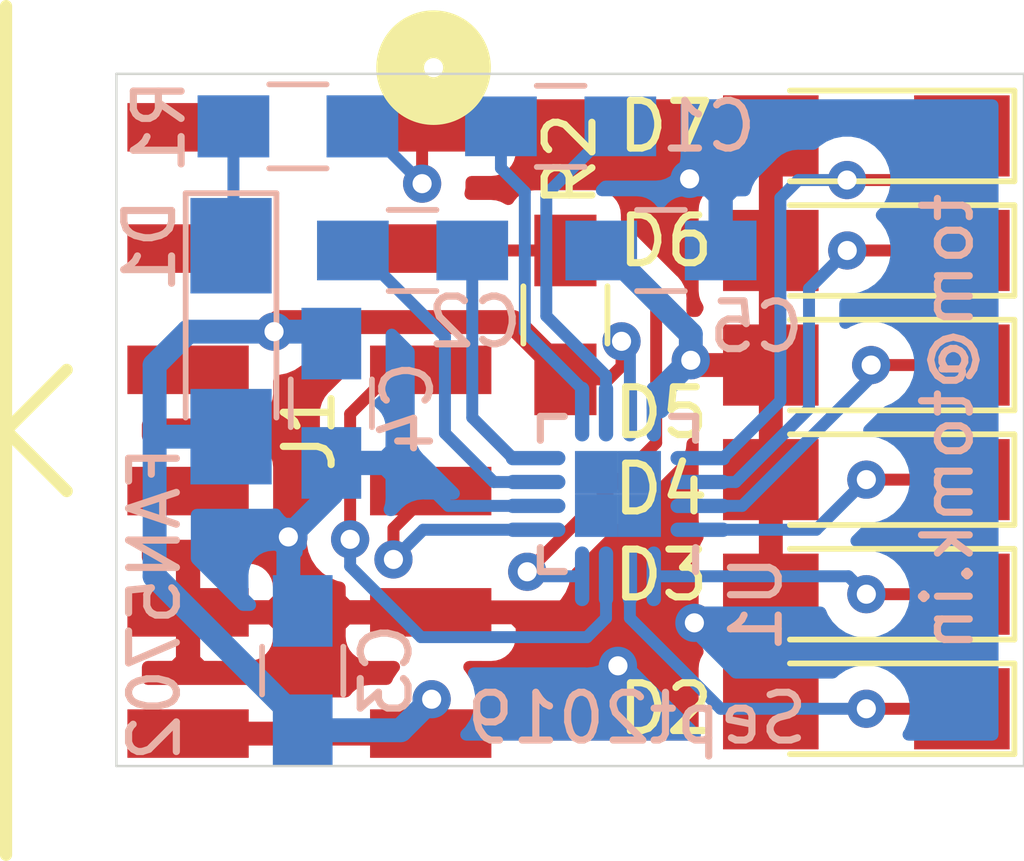
<source format=kicad_pcb>
(kicad_pcb (version 20171130) (host pcbnew 5.1.2)

  (general
    (thickness 1.6)
    (drawings 7)
    (tracks 135)
    (zones 0)
    (modules 16)
    (nets 19)
  )

  (page A4)
  (layers
    (0 F.Cu signal)
    (31 B.Cu signal)
    (32 B.Adhes user)
    (33 F.Adhes user hide)
    (34 B.Paste user)
    (35 F.Paste user hide)
    (36 B.SilkS user)
    (37 F.SilkS user hide)
    (38 B.Mask user)
    (39 F.Mask user hide)
    (40 Dwgs.User user hide)
    (41 Cmts.User user hide)
    (42 Eco1.User user hide)
    (43 Eco2.User user hide)
    (44 Edge.Cuts user)
    (45 Margin user hide)
    (46 B.CrtYd user hide)
    (47 F.CrtYd user hide)
    (48 B.Fab user hide)
    (49 F.Fab user hide)
  )

  (setup
    (last_trace_width 0.5)
    (user_trace_width 0.5)
    (trace_clearance 0.2)
    (zone_clearance 0.508)
    (zone_45_only no)
    (trace_min 0.2)
    (via_size 0.8)
    (via_drill 0.4)
    (via_min_size 0.4)
    (via_min_drill 0.3)
    (uvia_size 0.3)
    (uvia_drill 0.1)
    (uvias_allowed no)
    (uvia_min_size 0.2)
    (uvia_min_drill 0.1)
    (edge_width 0.05)
    (segment_width 0.2)
    (pcb_text_width 0.3)
    (pcb_text_size 1.5 1.5)
    (mod_edge_width 0.12)
    (mod_text_size 1 1)
    (mod_text_width 0.15)
    (pad_size 1.524 1.524)
    (pad_drill 0.762)
    (pad_to_mask_clearance 0.051)
    (solder_mask_min_width 0.25)
    (aux_axis_origin 0 0)
    (visible_elements FFFFFF7F)
    (pcbplotparams
      (layerselection 0x010fc_ffffffff)
      (usegerberextensions false)
      (usegerberattributes false)
      (usegerberadvancedattributes false)
      (creategerberjobfile false)
      (excludeedgelayer true)
      (linewidth 0.100000)
      (plotframeref false)
      (viasonmask false)
      (mode 1)
      (useauxorigin false)
      (hpglpennumber 1)
      (hpglpenspeed 20)
      (hpglpendiameter 15.000000)
      (psnegative false)
      (psa4output false)
      (plotreference true)
      (plotvalue true)
      (plotinvisibletext false)
      (padsonsilk false)
      (subtractmaskfromsilk false)
      (outputformat 1)
      (mirror false)
      (drillshape 1)
      (scaleselection 1)
      (outputdirectory ""))
  )

  (net 0 "")
  (net 1 +3V3)
  (net 2 GND)
  (net 3 "Net-(D1-Pad1)")
  (net 4 /C1+)
  (net 5 /C1-)
  (net 6 /C2-)
  (net 7 /C2+)
  (net 8 /VOUT)
  (net 9 /D1A)
  (net 10 /D2A)
  (net 11 /D3)
  (net 12 /D4)
  (net 13 /D5)
  (net 14 /D6)
  (net 15 /SDA)
  (net 16 /SCL)
  (net 17 /EN)
  (net 18 /LED)

  (net_class Default "This is the default net class."
    (clearance 0.2)
    (trace_width 0.25)
    (via_dia 0.8)
    (via_drill 0.4)
    (uvia_dia 0.3)
    (uvia_drill 0.1)
    (add_net +3V3)
    (add_net /C1+)
    (add_net /C1-)
    (add_net /C2+)
    (add_net /C2-)
    (add_net /D1A)
    (add_net /D2A)
    (add_net /D3)
    (add_net /D4)
    (add_net /D5)
    (add_net /D6)
    (add_net /EN)
    (add_net /LED)
    (add_net /SCL)
    (add_net /SDA)
    (add_net /VOUT)
    (add_net GND)
    (add_net "Net-(D1-Pad1)")
  )

  (module Resistors_SMD:R_0805_HandSoldering (layer F.Cu) (tedit 58E0A804) (tstamp 5D6D5AAE)
    (at 51.7 67.55 90)
    (descr "Resistor SMD 0805, hand soldering")
    (tags "resistor 0805")
    (path /5D6F8976)
    (attr smd)
    (fp_text reference R2 (at 3.25 0.1 90) (layer F.SilkS)
      (effects (font (size 1 1) (thickness 0.15)))
    )
    (fp_text value 10k (at 0 1.75 90) (layer F.Fab) hide
      (effects (font (size 1 1) (thickness 0.15)))
    )
    (fp_text user %R (at 0 0 90) (layer F.Fab)
      (effects (font (size 0.5 0.5) (thickness 0.075)))
    )
    (fp_line (start -1 0.62) (end -1 -0.62) (layer F.Fab) (width 0.1))
    (fp_line (start 1 0.62) (end -1 0.62) (layer F.Fab) (width 0.1))
    (fp_line (start 1 -0.62) (end 1 0.62) (layer F.Fab) (width 0.1))
    (fp_line (start -1 -0.62) (end 1 -0.62) (layer F.Fab) (width 0.1))
    (fp_line (start 0.6 0.88) (end -0.6 0.88) (layer F.SilkS) (width 0.12))
    (fp_line (start -0.6 -0.88) (end 0.6 -0.88) (layer F.SilkS) (width 0.12))
    (fp_line (start -2.35 -0.9) (end 2.35 -0.9) (layer F.CrtYd) (width 0.05))
    (fp_line (start -2.35 -0.9) (end -2.35 0.9) (layer F.CrtYd) (width 0.05))
    (fp_line (start 2.35 0.9) (end 2.35 -0.9) (layer F.CrtYd) (width 0.05))
    (fp_line (start 2.35 0.9) (end -2.35 0.9) (layer F.CrtYd) (width 0.05))
    (pad 1 smd rect (at -1.35 0 90) (size 1.5 1.3) (layers F.Cu F.Paste F.Mask)
      (net 1 +3V3))
    (pad 2 smd rect (at 1.35 0 90) (size 1.5 1.3) (layers F.Cu F.Paste F.Mask)
      (net 17 /EN))
    (model ${KISYS3DMOD}/Resistors_SMD.3dshapes/R_0805.wrl
      (at (xyz 0 0 0))
      (scale (xyz 1 1 1))
      (rotate (xyz 0 0 0))
    )
  )

  (module Resistors_SMD:R_0805_HandSoldering (layer B.Cu) (tedit 58E0A804) (tstamp 5D6D717A)
    (at 46.1 63.6)
    (descr "Resistor SMD 0805, hand soldering")
    (tags "resistor 0805")
    (path /5D6F8F02)
    (attr smd)
    (fp_text reference R1 (at -2.9 0 90) (layer B.SilkS)
      (effects (font (size 1 1) (thickness 0.15)) (justify mirror))
    )
    (fp_text value 220R (at 0 -1.75) (layer B.Fab) hide
      (effects (font (size 1 1) (thickness 0.15)) (justify mirror))
    )
    (fp_text user %R (at 0 0) (layer B.Fab)
      (effects (font (size 0.5 0.5) (thickness 0.075)) (justify mirror))
    )
    (fp_line (start -1 -0.62) (end -1 0.62) (layer B.Fab) (width 0.1))
    (fp_line (start 1 -0.62) (end -1 -0.62) (layer B.Fab) (width 0.1))
    (fp_line (start 1 0.62) (end 1 -0.62) (layer B.Fab) (width 0.1))
    (fp_line (start -1 0.62) (end 1 0.62) (layer B.Fab) (width 0.1))
    (fp_line (start 0.6 -0.88) (end -0.6 -0.88) (layer B.SilkS) (width 0.12))
    (fp_line (start -0.6 0.88) (end 0.6 0.88) (layer B.SilkS) (width 0.12))
    (fp_line (start -2.35 0.9) (end 2.35 0.9) (layer B.CrtYd) (width 0.05))
    (fp_line (start -2.35 0.9) (end -2.35 -0.9) (layer B.CrtYd) (width 0.05))
    (fp_line (start 2.35 -0.9) (end 2.35 0.9) (layer B.CrtYd) (width 0.05))
    (fp_line (start 2.35 -0.9) (end -2.35 -0.9) (layer B.CrtYd) (width 0.05))
    (pad 1 smd rect (at -1.35 0) (size 1.5 1.3) (layers B.Cu B.Paste B.Mask)
      (net 3 "Net-(D1-Pad1)"))
    (pad 2 smd rect (at 1.35 0) (size 1.5 1.3) (layers B.Cu B.Paste B.Mask)
      (net 18 /LED))
    (model ${KISYS3DMOD}/Resistors_SMD.3dshapes/R_0805.wrl
      (at (xyz 0 0 0))
      (scale (xyz 1 1 1))
      (rotate (xyz 0 0 0))
    )
  )

  (module tom-connectors:2X6_SMD_RA_PLUG (layer F.Cu) (tedit 5BDDBE81) (tstamp 5D6D76E4)
    (at 46.34 69.97 270)
    (path /5D6D4C24)
    (attr smd)
    (fp_text reference J1 (at 0 0 90) (layer F.SilkS)
      (effects (font (size 1 1) (thickness 0.15)))
    )
    (fp_text value PMOD-2x6-MALE (at 0 0 90) (layer F.SilkS) hide
      (effects (font (size 1 1) (thickness 0.15)))
    )
    (fp_line (start 8.89 6.35) (end 0 6.35) (layer F.SilkS) (width 0.254))
    (fp_line (start 0 6.35) (end -8.89 6.35) (layer F.SilkS) (width 0.254))
    (fp_line (start 1.27 5.08) (end 0 6.35) (layer F.SilkS) (width 0.254))
    (fp_line (start 0 6.35) (end -1.27 5.08) (layer F.SilkS) (width 0.254))
    (fp_circle (center -7.6 -2.6) (end -7.4 -2.6) (layer F.SilkS) (width 1))
    (pad 6 smd rect (at 6.35 -2.54 180) (size 2.54 1.016) (layers F.Cu F.Paste F.Mask)
      (net 1 +3V3))
    (pad 12 smd rect (at 6.35 2.54 180) (size 2.54 1.016) (layers F.Cu F.Paste F.Mask)
      (net 1 +3V3))
    (pad 5 smd rect (at 3.81 -2.54 180) (size 2.54 1.016) (layers F.Cu F.Paste F.Mask)
      (net 2 GND))
    (pad 11 smd rect (at 3.81 2.54 180) (size 2.54 1.016) (layers F.Cu F.Paste F.Mask)
      (net 2 GND))
    (pad 4 smd rect (at 1.27 -2.54 180) (size 2.54 1.016) (layers F.Cu F.Paste F.Mask)
      (net 15 /SDA))
    (pad 10 smd rect (at 1.27 2.54 180) (size 2.54 1.016) (layers F.Cu F.Paste F.Mask))
    (pad 3 smd rect (at -1.27 -2.54 180) (size 2.54 1.016) (layers F.Cu F.Paste F.Mask)
      (net 16 /SCL))
    (pad 9 smd rect (at -1.27 2.54 180) (size 2.54 1.016) (layers F.Cu F.Paste F.Mask))
    (pad 2 smd rect (at -3.81 -2.54 180) (size 2.54 1.016) (layers F.Cu F.Paste F.Mask)
      (net 17 /EN))
    (pad 8 smd rect (at -3.81 2.54 180) (size 2.54 1.016) (layers F.Cu F.Paste F.Mask))
    (pad 1 smd rect (at -6.35 -2.54 180) (size 2.54 1.016) (layers F.Cu F.Paste F.Mask)
      (net 18 /LED))
    (pad 7 smd rect (at -6.35 2.54 180) (size 2.54 1.016) (layers F.Cu F.Paste F.Mask))
  )

  (module LEDs:LED_1206_HandSoldering (layer F.Cu) (tedit 595FC724) (tstamp 5D6D4C42)
    (at 58 63.8 180)
    (descr "LED SMD 1206, hand soldering")
    (tags "LED 1206")
    (path /5D6DF627)
    (attr smd)
    (fp_text reference D7 (at 4.2 0.2) (layer F.SilkS)
      (effects (font (size 1 1) (thickness 0.15)))
    )
    (fp_text value LED (at 0 1.9) (layer F.Fab)
      (effects (font (size 1 1) (thickness 0.15)))
    )
    (fp_line (start -3.1 -0.95) (end -3.1 0.95) (layer F.SilkS) (width 0.12))
    (fp_line (start -0.4 0) (end 0.2 -0.4) (layer F.Fab) (width 0.1))
    (fp_line (start 0.2 -0.4) (end 0.2 0.4) (layer F.Fab) (width 0.1))
    (fp_line (start 0.2 0.4) (end -0.4 0) (layer F.Fab) (width 0.1))
    (fp_line (start -0.45 -0.4) (end -0.45 0.4) (layer F.Fab) (width 0.1))
    (fp_line (start -1.6 0.8) (end -1.6 -0.8) (layer F.Fab) (width 0.1))
    (fp_line (start 1.6 0.8) (end -1.6 0.8) (layer F.Fab) (width 0.1))
    (fp_line (start 1.6 -0.8) (end 1.6 0.8) (layer F.Fab) (width 0.1))
    (fp_line (start -1.6 -0.8) (end 1.6 -0.8) (layer F.Fab) (width 0.1))
    (fp_line (start -3.1 0.95) (end 1.6 0.95) (layer F.SilkS) (width 0.12))
    (fp_line (start -3.1 -0.95) (end 1.6 -0.95) (layer F.SilkS) (width 0.12))
    (fp_line (start -3.25 -1.11) (end 3.25 -1.11) (layer F.CrtYd) (width 0.05))
    (fp_line (start -3.25 -1.11) (end -3.25 1.1) (layer F.CrtYd) (width 0.05))
    (fp_line (start 3.25 1.1) (end 3.25 -1.11) (layer F.CrtYd) (width 0.05))
    (fp_line (start 3.25 1.1) (end -3.25 1.1) (layer F.CrtYd) (width 0.05))
    (pad 1 smd rect (at -2 0 180) (size 2 1.7) (layers F.Cu F.Paste F.Mask)
      (net 14 /D6))
    (pad 2 smd rect (at 2 0 180) (size 2 1.7) (layers F.Cu F.Paste F.Mask)
      (net 8 /VOUT))
    (model ${KISYS3DMOD}/LEDs.3dshapes/LED_1206.wrl
      (at (xyz 0 0 0))
      (scale (xyz 1 1 1))
      (rotate (xyz 0 0 180))
    )
  )

  (module LEDs:LED_1206_HandSoldering (layer F.Cu) (tedit 595FC724) (tstamp 5D6D5CD1)
    (at 58 66.2 180)
    (descr "LED SMD 1206, hand soldering")
    (tags "LED 1206")
    (path /5D6DDDE6)
    (attr smd)
    (fp_text reference D6 (at 4.2 0.2) (layer F.SilkS)
      (effects (font (size 1 1) (thickness 0.15)))
    )
    (fp_text value LED (at 0 1.9) (layer F.Fab)
      (effects (font (size 1 1) (thickness 0.15)))
    )
    (fp_line (start -3.1 -0.95) (end -3.1 0.95) (layer F.SilkS) (width 0.12))
    (fp_line (start -0.4 0) (end 0.2 -0.4) (layer F.Fab) (width 0.1))
    (fp_line (start 0.2 -0.4) (end 0.2 0.4) (layer F.Fab) (width 0.1))
    (fp_line (start 0.2 0.4) (end -0.4 0) (layer F.Fab) (width 0.1))
    (fp_line (start -0.45 -0.4) (end -0.45 0.4) (layer F.Fab) (width 0.1))
    (fp_line (start -1.6 0.8) (end -1.6 -0.8) (layer F.Fab) (width 0.1))
    (fp_line (start 1.6 0.8) (end -1.6 0.8) (layer F.Fab) (width 0.1))
    (fp_line (start 1.6 -0.8) (end 1.6 0.8) (layer F.Fab) (width 0.1))
    (fp_line (start -1.6 -0.8) (end 1.6 -0.8) (layer F.Fab) (width 0.1))
    (fp_line (start -3.1 0.95) (end 1.6 0.95) (layer F.SilkS) (width 0.12))
    (fp_line (start -3.1 -0.95) (end 1.6 -0.95) (layer F.SilkS) (width 0.12))
    (fp_line (start -3.25 -1.11) (end 3.25 -1.11) (layer F.CrtYd) (width 0.05))
    (fp_line (start -3.25 -1.11) (end -3.25 1.1) (layer F.CrtYd) (width 0.05))
    (fp_line (start 3.25 1.1) (end 3.25 -1.11) (layer F.CrtYd) (width 0.05))
    (fp_line (start 3.25 1.1) (end -3.25 1.1) (layer F.CrtYd) (width 0.05))
    (pad 1 smd rect (at -2 0 180) (size 2 1.7) (layers F.Cu F.Paste F.Mask)
      (net 13 /D5))
    (pad 2 smd rect (at 2 0 180) (size 2 1.7) (layers F.Cu F.Paste F.Mask)
      (net 8 /VOUT))
    (model ${KISYS3DMOD}/LEDs.3dshapes/LED_1206.wrl
      (at (xyz 0 0 0))
      (scale (xyz 1 1 1))
      (rotate (xyz 0 0 180))
    )
  )

  (module LEDs:LED_1206_HandSoldering (layer F.Cu) (tedit 595FC724) (tstamp 5D6D582C)
    (at 58 68.6 180)
    (descr "LED SMD 1206, hand soldering")
    (tags "LED 1206")
    (path /5D6DDADF)
    (attr smd)
    (fp_text reference D5 (at 4.3 -1) (layer F.SilkS)
      (effects (font (size 1 1) (thickness 0.15)))
    )
    (fp_text value LED (at 0 1.9) (layer F.Fab)
      (effects (font (size 1 1) (thickness 0.15)))
    )
    (fp_line (start -3.1 -0.95) (end -3.1 0.95) (layer F.SilkS) (width 0.12))
    (fp_line (start -0.4 0) (end 0.2 -0.4) (layer F.Fab) (width 0.1))
    (fp_line (start 0.2 -0.4) (end 0.2 0.4) (layer F.Fab) (width 0.1))
    (fp_line (start 0.2 0.4) (end -0.4 0) (layer F.Fab) (width 0.1))
    (fp_line (start -0.45 -0.4) (end -0.45 0.4) (layer F.Fab) (width 0.1))
    (fp_line (start -1.6 0.8) (end -1.6 -0.8) (layer F.Fab) (width 0.1))
    (fp_line (start 1.6 0.8) (end -1.6 0.8) (layer F.Fab) (width 0.1))
    (fp_line (start 1.6 -0.8) (end 1.6 0.8) (layer F.Fab) (width 0.1))
    (fp_line (start -1.6 -0.8) (end 1.6 -0.8) (layer F.Fab) (width 0.1))
    (fp_line (start -3.1 0.95) (end 1.6 0.95) (layer F.SilkS) (width 0.12))
    (fp_line (start -3.1 -0.95) (end 1.6 -0.95) (layer F.SilkS) (width 0.12))
    (fp_line (start -3.25 -1.11) (end 3.25 -1.11) (layer F.CrtYd) (width 0.05))
    (fp_line (start -3.25 -1.11) (end -3.25 1.1) (layer F.CrtYd) (width 0.05))
    (fp_line (start 3.25 1.1) (end 3.25 -1.11) (layer F.CrtYd) (width 0.05))
    (fp_line (start 3.25 1.1) (end -3.25 1.1) (layer F.CrtYd) (width 0.05))
    (pad 1 smd rect (at -2 0 180) (size 2 1.7) (layers F.Cu F.Paste F.Mask)
      (net 12 /D4))
    (pad 2 smd rect (at 2 0 180) (size 2 1.7) (layers F.Cu F.Paste F.Mask)
      (net 8 /VOUT))
    (model ${KISYS3DMOD}/LEDs.3dshapes/LED_1206.wrl
      (at (xyz 0 0 0))
      (scale (xyz 1 1 1))
      (rotate (xyz 0 0 180))
    )
  )

  (module LEDs:LED_1206_HandSoldering (layer F.Cu) (tedit 595FC724) (tstamp 5D6D4BA6)
    (at 58 71 180)
    (descr "LED SMD 1206, hand soldering")
    (tags "LED 1206")
    (path /5D6DD7BC)
    (attr smd)
    (fp_text reference D4 (at 4.3 -0.2) (layer F.SilkS)
      (effects (font (size 1 1) (thickness 0.15)))
    )
    (fp_text value LED (at 0 1.9) (layer F.Fab)
      (effects (font (size 1 1) (thickness 0.15)))
    )
    (fp_line (start -3.1 -0.95) (end -3.1 0.95) (layer F.SilkS) (width 0.12))
    (fp_line (start -0.4 0) (end 0.2 -0.4) (layer F.Fab) (width 0.1))
    (fp_line (start 0.2 -0.4) (end 0.2 0.4) (layer F.Fab) (width 0.1))
    (fp_line (start 0.2 0.4) (end -0.4 0) (layer F.Fab) (width 0.1))
    (fp_line (start -0.45 -0.4) (end -0.45 0.4) (layer F.Fab) (width 0.1))
    (fp_line (start -1.6 0.8) (end -1.6 -0.8) (layer F.Fab) (width 0.1))
    (fp_line (start 1.6 0.8) (end -1.6 0.8) (layer F.Fab) (width 0.1))
    (fp_line (start 1.6 -0.8) (end 1.6 0.8) (layer F.Fab) (width 0.1))
    (fp_line (start -1.6 -0.8) (end 1.6 -0.8) (layer F.Fab) (width 0.1))
    (fp_line (start -3.1 0.95) (end 1.6 0.95) (layer F.SilkS) (width 0.12))
    (fp_line (start -3.1 -0.95) (end 1.6 -0.95) (layer F.SilkS) (width 0.12))
    (fp_line (start -3.25 -1.11) (end 3.25 -1.11) (layer F.CrtYd) (width 0.05))
    (fp_line (start -3.25 -1.11) (end -3.25 1.1) (layer F.CrtYd) (width 0.05))
    (fp_line (start 3.25 1.1) (end 3.25 -1.11) (layer F.CrtYd) (width 0.05))
    (fp_line (start 3.25 1.1) (end -3.25 1.1) (layer F.CrtYd) (width 0.05))
    (pad 1 smd rect (at -2 0 180) (size 2 1.7) (layers F.Cu F.Paste F.Mask)
      (net 11 /D3))
    (pad 2 smd rect (at 2 0 180) (size 2 1.7) (layers F.Cu F.Paste F.Mask)
      (net 8 /VOUT))
    (model ${KISYS3DMOD}/LEDs.3dshapes/LED_1206.wrl
      (at (xyz 0 0 0))
      (scale (xyz 1 1 1))
      (rotate (xyz 0 0 180))
    )
  )

  (module LEDs:LED_1206_HandSoldering (layer F.Cu) (tedit 595FC724) (tstamp 5D6D4DC2)
    (at 58 73.4 180)
    (descr "LED SMD 1206, hand soldering")
    (tags "LED 1206")
    (path /5D6DD4C9)
    (attr smd)
    (fp_text reference D3 (at 4.3 0.4) (layer F.SilkS)
      (effects (font (size 1 1) (thickness 0.15)))
    )
    (fp_text value LED (at 0 1.9) (layer F.Fab)
      (effects (font (size 1 1) (thickness 0.15)))
    )
    (fp_line (start -3.1 -0.95) (end -3.1 0.95) (layer F.SilkS) (width 0.12))
    (fp_line (start -0.4 0) (end 0.2 -0.4) (layer F.Fab) (width 0.1))
    (fp_line (start 0.2 -0.4) (end 0.2 0.4) (layer F.Fab) (width 0.1))
    (fp_line (start 0.2 0.4) (end -0.4 0) (layer F.Fab) (width 0.1))
    (fp_line (start -0.45 -0.4) (end -0.45 0.4) (layer F.Fab) (width 0.1))
    (fp_line (start -1.6 0.8) (end -1.6 -0.8) (layer F.Fab) (width 0.1))
    (fp_line (start 1.6 0.8) (end -1.6 0.8) (layer F.Fab) (width 0.1))
    (fp_line (start 1.6 -0.8) (end 1.6 0.8) (layer F.Fab) (width 0.1))
    (fp_line (start -1.6 -0.8) (end 1.6 -0.8) (layer F.Fab) (width 0.1))
    (fp_line (start -3.1 0.95) (end 1.6 0.95) (layer F.SilkS) (width 0.12))
    (fp_line (start -3.1 -0.95) (end 1.6 -0.95) (layer F.SilkS) (width 0.12))
    (fp_line (start -3.25 -1.11) (end 3.25 -1.11) (layer F.CrtYd) (width 0.05))
    (fp_line (start -3.25 -1.11) (end -3.25 1.1) (layer F.CrtYd) (width 0.05))
    (fp_line (start 3.25 1.1) (end 3.25 -1.11) (layer F.CrtYd) (width 0.05))
    (fp_line (start 3.25 1.1) (end -3.25 1.1) (layer F.CrtYd) (width 0.05))
    (pad 1 smd rect (at -2 0 180) (size 2 1.7) (layers F.Cu F.Paste F.Mask)
      (net 10 /D2A))
    (pad 2 smd rect (at 2 0 180) (size 2 1.7) (layers F.Cu F.Paste F.Mask)
      (net 8 /VOUT))
    (model ${KISYS3DMOD}/LEDs.3dshapes/LED_1206.wrl
      (at (xyz 0 0 0))
      (scale (xyz 1 1 1))
      (rotate (xyz 0 0 180))
    )
  )

  (module LEDs:LED_1206_HandSoldering (layer F.Cu) (tedit 595FC724) (tstamp 5D6D4CF6)
    (at 58 75.8 180)
    (descr "LED SMD 1206, hand soldering")
    (tags "LED 1206")
    (path /5D6DADB2)
    (attr smd)
    (fp_text reference D2 (at 4.2 0) (layer F.SilkS)
      (effects (font (size 1 1) (thickness 0.15)))
    )
    (fp_text value LED (at 0 1.9) (layer F.Fab)
      (effects (font (size 1 1) (thickness 0.15)))
    )
    (fp_line (start -3.1 -0.95) (end -3.1 0.95) (layer F.SilkS) (width 0.12))
    (fp_line (start -0.4 0) (end 0.2 -0.4) (layer F.Fab) (width 0.1))
    (fp_line (start 0.2 -0.4) (end 0.2 0.4) (layer F.Fab) (width 0.1))
    (fp_line (start 0.2 0.4) (end -0.4 0) (layer F.Fab) (width 0.1))
    (fp_line (start -0.45 -0.4) (end -0.45 0.4) (layer F.Fab) (width 0.1))
    (fp_line (start -1.6 0.8) (end -1.6 -0.8) (layer F.Fab) (width 0.1))
    (fp_line (start 1.6 0.8) (end -1.6 0.8) (layer F.Fab) (width 0.1))
    (fp_line (start 1.6 -0.8) (end 1.6 0.8) (layer F.Fab) (width 0.1))
    (fp_line (start -1.6 -0.8) (end 1.6 -0.8) (layer F.Fab) (width 0.1))
    (fp_line (start -3.1 0.95) (end 1.6 0.95) (layer F.SilkS) (width 0.12))
    (fp_line (start -3.1 -0.95) (end 1.6 -0.95) (layer F.SilkS) (width 0.12))
    (fp_line (start -3.25 -1.11) (end 3.25 -1.11) (layer F.CrtYd) (width 0.05))
    (fp_line (start -3.25 -1.11) (end -3.25 1.1) (layer F.CrtYd) (width 0.05))
    (fp_line (start 3.25 1.1) (end 3.25 -1.11) (layer F.CrtYd) (width 0.05))
    (fp_line (start 3.25 1.1) (end -3.25 1.1) (layer F.CrtYd) (width 0.05))
    (pad 1 smd rect (at -2 0 180) (size 2 1.7) (layers F.Cu F.Paste F.Mask)
      (net 9 /D1A))
    (pad 2 smd rect (at 2 0 180) (size 2 1.7) (layers F.Cu F.Paste F.Mask)
      (net 8 /VOUT))
    (model ${KISYS3DMOD}/LEDs.3dshapes/LED_1206.wrl
      (at (xyz 0 0 0))
      (scale (xyz 1 1 1))
      (rotate (xyz 0 0 180))
    )
  )

  (module LEDs:LED_1206_HandSoldering (layer B.Cu) (tedit 595FC724) (tstamp 5D6D4CBA)
    (at 44.7 68.1 270)
    (descr "LED SMD 1206, hand soldering")
    (tags "LED 1206")
    (path /5D6F7EDE)
    (attr smd)
    (fp_text reference D1 (at -2 1.7 90) (layer B.SilkS)
      (effects (font (size 1 1) (thickness 0.15)) (justify mirror))
    )
    (fp_text value LED (at 0 -1.9 90) (layer B.Fab) hide
      (effects (font (size 1 1) (thickness 0.15)) (justify mirror))
    )
    (fp_line (start -3.1 0.95) (end -3.1 -0.95) (layer B.SilkS) (width 0.12))
    (fp_line (start -0.4 0) (end 0.2 0.4) (layer B.Fab) (width 0.1))
    (fp_line (start 0.2 0.4) (end 0.2 -0.4) (layer B.Fab) (width 0.1))
    (fp_line (start 0.2 -0.4) (end -0.4 0) (layer B.Fab) (width 0.1))
    (fp_line (start -0.45 0.4) (end -0.45 -0.4) (layer B.Fab) (width 0.1))
    (fp_line (start -1.6 -0.8) (end -1.6 0.8) (layer B.Fab) (width 0.1))
    (fp_line (start 1.6 -0.8) (end -1.6 -0.8) (layer B.Fab) (width 0.1))
    (fp_line (start 1.6 0.8) (end 1.6 -0.8) (layer B.Fab) (width 0.1))
    (fp_line (start -1.6 0.8) (end 1.6 0.8) (layer B.Fab) (width 0.1))
    (fp_line (start -3.1 -0.95) (end 1.6 -0.95) (layer B.SilkS) (width 0.12))
    (fp_line (start -3.1 0.95) (end 1.6 0.95) (layer B.SilkS) (width 0.12))
    (fp_line (start -3.25 1.11) (end 3.25 1.11) (layer B.CrtYd) (width 0.05))
    (fp_line (start -3.25 1.11) (end -3.25 -1.1) (layer B.CrtYd) (width 0.05))
    (fp_line (start 3.25 -1.1) (end 3.25 1.11) (layer B.CrtYd) (width 0.05))
    (fp_line (start 3.25 -1.1) (end -3.25 -1.1) (layer B.CrtYd) (width 0.05))
    (pad 1 smd rect (at -2 0 270) (size 2 1.7) (layers B.Cu B.Paste B.Mask)
      (net 3 "Net-(D1-Pad1)"))
    (pad 2 smd rect (at 2 0 270) (size 2 1.7) (layers B.Cu B.Paste B.Mask)
      (net 1 +3V3))
    (model ${KISYS3DMOD}/LEDs.3dshapes/LED_1206.wrl
      (at (xyz 0 0 0))
      (scale (xyz 1 1 1))
      (rotate (xyz 0 0 180))
    )
  )

  (module Capacitors_SMD:C_0805_HandSoldering (layer B.Cu) (tedit 58AA84A8) (tstamp 5D6D4FBF)
    (at 53.7 66.2 180)
    (descr "Capacitor SMD 0805, hand soldering")
    (tags "capacitor 0805")
    (path /5D6E20E2)
    (attr smd)
    (fp_text reference C5 (at -2 -1.6) (layer B.SilkS)
      (effects (font (size 1 1) (thickness 0.15)) (justify mirror))
    )
    (fp_text value 1uF (at 0 -1.75) (layer B.Fab) hide
      (effects (font (size 1 1) (thickness 0.15)) (justify mirror))
    )
    (fp_text user %R (at -1.2 -1.4) (layer B.Fab)
      (effects (font (size 1 1) (thickness 0.15)) (justify mirror))
    )
    (fp_line (start -1 -0.62) (end -1 0.62) (layer B.Fab) (width 0.1))
    (fp_line (start 1 -0.62) (end -1 -0.62) (layer B.Fab) (width 0.1))
    (fp_line (start 1 0.62) (end 1 -0.62) (layer B.Fab) (width 0.1))
    (fp_line (start -1 0.62) (end 1 0.62) (layer B.Fab) (width 0.1))
    (fp_line (start 0.5 0.85) (end -0.5 0.85) (layer B.SilkS) (width 0.12))
    (fp_line (start -0.5 -0.85) (end 0.5 -0.85) (layer B.SilkS) (width 0.12))
    (fp_line (start -2.25 0.88) (end 2.25 0.88) (layer B.CrtYd) (width 0.05))
    (fp_line (start -2.25 0.88) (end -2.25 -0.87) (layer B.CrtYd) (width 0.05))
    (fp_line (start 2.25 -0.87) (end 2.25 0.88) (layer B.CrtYd) (width 0.05))
    (fp_line (start 2.25 -0.87) (end -2.25 -0.87) (layer B.CrtYd) (width 0.05))
    (pad 1 smd rect (at -1.25 0 180) (size 1.5 1.25) (layers B.Cu B.Paste B.Mask)
      (net 2 GND))
    (pad 2 smd rect (at 1.25 0 180) (size 1.5 1.25) (layers B.Cu B.Paste B.Mask)
      (net 8 /VOUT))
    (model Capacitors_SMD.3dshapes/C_0805.wrl
      (at (xyz 0 0 0))
      (scale (xyz 1 1 1))
      (rotate (xyz 0 0 0))
    )
  )

  (module Capacitors_SMD:C_0805_HandSoldering (layer B.Cu) (tedit 58AA84A8) (tstamp 5D6D4BDE)
    (at 46.8 69.4 270)
    (descr "Capacitor SMD 0805, hand soldering")
    (tags "capacitor 0805")
    (path /5D6ED4A4)
    (attr smd)
    (fp_text reference C4 (at 0.1 -1.6 90) (layer B.SilkS)
      (effects (font (size 1 1) (thickness 0.15)) (justify mirror))
    )
    (fp_text value 0.1uF (at 0 -1.75 90) (layer B.Fab) hide
      (effects (font (size 1 1) (thickness 0.15)) (justify mirror))
    )
    (fp_text user %R (at 0 1.75 90) (layer B.Fab)
      (effects (font (size 1 1) (thickness 0.15)) (justify mirror))
    )
    (fp_line (start -1 -0.62) (end -1 0.62) (layer B.Fab) (width 0.1))
    (fp_line (start 1 -0.62) (end -1 -0.62) (layer B.Fab) (width 0.1))
    (fp_line (start 1 0.62) (end 1 -0.62) (layer B.Fab) (width 0.1))
    (fp_line (start -1 0.62) (end 1 0.62) (layer B.Fab) (width 0.1))
    (fp_line (start 0.5 0.85) (end -0.5 0.85) (layer B.SilkS) (width 0.12))
    (fp_line (start -0.5 -0.85) (end 0.5 -0.85) (layer B.SilkS) (width 0.12))
    (fp_line (start -2.25 0.88) (end 2.25 0.88) (layer B.CrtYd) (width 0.05))
    (fp_line (start -2.25 0.88) (end -2.25 -0.87) (layer B.CrtYd) (width 0.05))
    (fp_line (start 2.25 -0.87) (end 2.25 0.88) (layer B.CrtYd) (width 0.05))
    (fp_line (start 2.25 -0.87) (end -2.25 -0.87) (layer B.CrtYd) (width 0.05))
    (pad 1 smd rect (at -1.25 0 270) (size 1.5 1.25) (layers B.Cu B.Paste B.Mask)
      (net 1 +3V3))
    (pad 2 smd rect (at 1.25 0 270) (size 1.5 1.25) (layers B.Cu B.Paste B.Mask)
      (net 2 GND))
    (model Capacitors_SMD.3dshapes/C_0805.wrl
      (at (xyz 0 0 0))
      (scale (xyz 1 1 1))
      (rotate (xyz 0 0 0))
    )
  )

  (module Capacitors_SMD:C_0805_HandSoldering (layer B.Cu) (tedit 58AA84A8) (tstamp 5D6D5703)
    (at 46.2 75 90)
    (descr "Capacitor SMD 0805, hand soldering")
    (tags "capacitor 0805")
    (path /5D6ECC4D)
    (attr smd)
    (fp_text reference C3 (at 0 1.75 90) (layer B.SilkS)
      (effects (font (size 1 1) (thickness 0.15)) (justify mirror))
    )
    (fp_text value 10uF (at 0 -1.75 90) (layer B.Fab) hide
      (effects (font (size 1 1) (thickness 0.15)) (justify mirror))
    )
    (fp_text user %R (at 0 1.75 90) (layer B.Fab)
      (effects (font (size 1 1) (thickness 0.15)) (justify mirror))
    )
    (fp_line (start -1 -0.62) (end -1 0.62) (layer B.Fab) (width 0.1))
    (fp_line (start 1 -0.62) (end -1 -0.62) (layer B.Fab) (width 0.1))
    (fp_line (start 1 0.62) (end 1 -0.62) (layer B.Fab) (width 0.1))
    (fp_line (start -1 0.62) (end 1 0.62) (layer B.Fab) (width 0.1))
    (fp_line (start 0.5 0.85) (end -0.5 0.85) (layer B.SilkS) (width 0.12))
    (fp_line (start -0.5 -0.85) (end 0.5 -0.85) (layer B.SilkS) (width 0.12))
    (fp_line (start -2.25 0.88) (end 2.25 0.88) (layer B.CrtYd) (width 0.05))
    (fp_line (start -2.25 0.88) (end -2.25 -0.87) (layer B.CrtYd) (width 0.05))
    (fp_line (start 2.25 -0.87) (end 2.25 0.88) (layer B.CrtYd) (width 0.05))
    (fp_line (start 2.25 -0.87) (end -2.25 -0.87) (layer B.CrtYd) (width 0.05))
    (pad 1 smd rect (at -1.25 0 90) (size 1.5 1.25) (layers B.Cu B.Paste B.Mask)
      (net 1 +3V3))
    (pad 2 smd rect (at 1.25 0 90) (size 1.5 1.25) (layers B.Cu B.Paste B.Mask)
      (net 2 GND))
    (model Capacitors_SMD.3dshapes/C_0805.wrl
      (at (xyz 0 0 0))
      (scale (xyz 1 1 1))
      (rotate (xyz 0 0 0))
    )
  )

  (module Capacitors_SMD:C_0805_HandSoldering (layer B.Cu) (tedit 58AA84A8) (tstamp 5D6D5661)
    (at 48.5 66.2)
    (descr "Capacitor SMD 0805, hand soldering")
    (tags "capacitor 0805")
    (path /5D6C48A8)
    (attr smd)
    (fp_text reference C2 (at 1.3 1.5) (layer B.SilkS)
      (effects (font (size 1 1) (thickness 0.15)) (justify mirror))
    )
    (fp_text value 1uF (at 0 -1.75) (layer B.Fab) hide
      (effects (font (size 1 1) (thickness 0.15)) (justify mirror))
    )
    (fp_text user %R (at 0 1.75) (layer B.Fab)
      (effects (font (size 1 1) (thickness 0.15)) (justify mirror))
    )
    (fp_line (start -1 -0.62) (end -1 0.62) (layer B.Fab) (width 0.1))
    (fp_line (start 1 -0.62) (end -1 -0.62) (layer B.Fab) (width 0.1))
    (fp_line (start 1 0.62) (end 1 -0.62) (layer B.Fab) (width 0.1))
    (fp_line (start -1 0.62) (end 1 0.62) (layer B.Fab) (width 0.1))
    (fp_line (start 0.5 0.85) (end -0.5 0.85) (layer B.SilkS) (width 0.12))
    (fp_line (start -0.5 -0.85) (end 0.5 -0.85) (layer B.SilkS) (width 0.12))
    (fp_line (start -2.25 0.88) (end 2.25 0.88) (layer B.CrtYd) (width 0.05))
    (fp_line (start -2.25 0.88) (end -2.25 -0.87) (layer B.CrtYd) (width 0.05))
    (fp_line (start 2.25 -0.87) (end 2.25 0.88) (layer B.CrtYd) (width 0.05))
    (fp_line (start 2.25 -0.87) (end -2.25 -0.87) (layer B.CrtYd) (width 0.05))
    (pad 1 smd rect (at -1.25 0) (size 1.5 1.25) (layers B.Cu B.Paste B.Mask)
      (net 6 /C2-))
    (pad 2 smd rect (at 1.25 0) (size 1.5 1.25) (layers B.Cu B.Paste B.Mask)
      (net 7 /C2+))
    (model Capacitors_SMD.3dshapes/C_0805.wrl
      (at (xyz 0 0 0))
      (scale (xyz 1 1 1))
      (rotate (xyz 0 0 0))
    )
  )

  (module Capacitors_SMD:C_0805_HandSoldering (layer B.Cu) (tedit 58AA84A8) (tstamp 5D6D555D)
    (at 51.6 63.6 180)
    (descr "Capacitor SMD 0805, hand soldering")
    (tags "capacitor 0805")
    (path /5D6C43D5)
    (attr smd)
    (fp_text reference C1 (at -3.1 0) (layer B.SilkS)
      (effects (font (size 1 1) (thickness 0.15)) (justify mirror))
    )
    (fp_text value 1uF (at 0 -1.75) (layer B.Fab) hide
      (effects (font (size 1 1) (thickness 0.15)) (justify mirror))
    )
    (fp_text user %R (at 0 1.75) (layer B.Fab) hide
      (effects (font (size 1 1) (thickness 0.15)) (justify mirror))
    )
    (fp_line (start -1 -0.62) (end -1 0.62) (layer B.Fab) (width 0.1))
    (fp_line (start 1 -0.62) (end -1 -0.62) (layer B.Fab) (width 0.1))
    (fp_line (start 1 0.62) (end 1 -0.62) (layer B.Fab) (width 0.1))
    (fp_line (start -1 0.62) (end 1 0.62) (layer B.Fab) (width 0.1))
    (fp_line (start 0.5 0.85) (end -0.5 0.85) (layer B.SilkS) (width 0.12))
    (fp_line (start -0.5 -0.85) (end 0.5 -0.85) (layer B.SilkS) (width 0.12))
    (fp_line (start -2.25 0.88) (end 2.25 0.88) (layer B.CrtYd) (width 0.05))
    (fp_line (start -2.25 0.88) (end -2.25 -0.87) (layer B.CrtYd) (width 0.05))
    (fp_line (start 2.25 -0.87) (end 2.25 0.88) (layer B.CrtYd) (width 0.05))
    (fp_line (start 2.25 -0.87) (end -2.25 -0.87) (layer B.CrtYd) (width 0.05))
    (pad 1 smd rect (at -1.25 0 180) (size 1.5 1.25) (layers B.Cu B.Paste B.Mask)
      (net 4 /C1+))
    (pad 2 smd rect (at 1.25 0 180) (size 1.5 1.25) (layers B.Cu B.Paste B.Mask)
      (net 5 /C1-))
    (model Capacitors_SMD.3dshapes/C_0805.wrl
      (at (xyz 0 0 0))
      (scale (xyz 1 1 1))
      (rotate (xyz 0 0 0))
    )
  )

  (module tom-semiconductors:QFN-16-1EP_3x3mm_Pitch0.5mm_HS (layer B.Cu) (tedit 5D6D3B97) (tstamp 5D6BF8F1)
    (at 52.8 71.3 90)
    (descr "16-Lead Plastic Quad Flat, No Lead Package (NG) - 3x3x0.9 mm Body [QFN]; (see Microchip Packaging Specification 00000049BS.pdf)")
    (tags "QFN 0.5")
    (path /5D6C050D)
    (attr smd)
    (fp_text reference U1 (at -2.3 2.9 90) (layer B.SilkS)
      (effects (font (size 1 1) (thickness 0.15)) (justify mirror))
    )
    (fp_text value FAN5702UM (at 0 -2.85 90) (layer B.Fab) hide
      (effects (font (size 1 1) (thickness 0.15)) (justify mirror))
    )
    (fp_line (start -0.5 1.5) (end 1.5 1.5) (layer B.Fab) (width 0.15))
    (fp_line (start 1.5 1.5) (end 1.5 -1.5) (layer B.Fab) (width 0.15))
    (fp_line (start 1.5 -1.5) (end -1.5 -1.5) (layer B.Fab) (width 0.15))
    (fp_line (start -1.5 -1.5) (end -1.5 0.5) (layer B.Fab) (width 0.15))
    (fp_line (start -1.5 0.5) (end -0.5 1.5) (layer B.Fab) (width 0.15))
    (fp_line (start -2.1 2.1) (end -2.1 -2.1) (layer B.CrtYd) (width 0.05))
    (fp_line (start 2.1 2.1) (end 2.1 -2.1) (layer B.CrtYd) (width 0.05))
    (fp_line (start -2.1 2.1) (end 2.1 2.1) (layer B.CrtYd) (width 0.05))
    (fp_line (start -2.1 -2.1) (end 2.1 -2.1) (layer B.CrtYd) (width 0.05))
    (fp_line (start 1.625 1.625) (end 1.625 1.125) (layer B.SilkS) (width 0.15))
    (fp_line (start -1.625 -1.625) (end -1.625 -1.125) (layer B.SilkS) (width 0.15))
    (fp_line (start 1.625 -1.625) (end 1.625 -1.125) (layer B.SilkS) (width 0.15))
    (fp_line (start -1.625 1.625) (end -1.125 1.625) (layer B.SilkS) (width 0.15))
    (fp_line (start -1.625 -1.625) (end -1.125 -1.625) (layer B.SilkS) (width 0.15))
    (fp_line (start 1.625 -1.625) (end 1.125 -1.625) (layer B.SilkS) (width 0.15))
    (fp_line (start 1.625 1.625) (end 1.125 1.625) (layer B.SilkS) (width 0.15))
    (pad 1 smd oval (at -1.725 0.75 90) (size 1.25 0.3) (layers B.Cu B.Paste B.Mask)
      (net 10 /D2A))
    (pad 2 smd oval (at -1.725 0.25 90) (size 1.25 0.3) (layers B.Cu B.Paste B.Mask)
      (net 9 /D1A))
    (pad 3 smd oval (at -1.725 -0.25 90) (size 1.25 0.3) (layers B.Cu B.Paste B.Mask)
      (net 16 /SCL))
    (pad 4 smd oval (at -1.725 -0.75 90) (size 1.25 0.3) (layers B.Cu B.Paste B.Mask)
      (net 17 /EN))
    (pad 5 smd oval (at -0.75 -1.725) (size 1.25 0.3) (layers B.Cu B.Paste B.Mask)
      (net 15 /SDA))
    (pad 6 smd oval (at -0.25 -1.725) (size 1.25 0.3) (layers B.Cu B.Paste B.Mask)
      (net 2 GND))
    (pad 7 smd oval (at 0.25 -1.725) (size 1.25 0.3) (layers B.Cu B.Paste B.Mask)
      (net 6 /C2-))
    (pad 8 smd oval (at 0.75 -1.725) (size 1.25 0.3) (layers B.Cu B.Paste B.Mask)
      (net 7 /C2+))
    (pad 9 smd oval (at 1.725 -0.75 90) (size 1.25 0.3) (layers B.Cu B.Paste B.Mask)
      (net 5 /C1-))
    (pad 10 smd oval (at 1.725 -0.25 90) (size 1.25 0.3) (layers B.Cu B.Paste B.Mask)
      (net 4 /C1+))
    (pad 11 smd oval (at 1.725 0.25 90) (size 1.25 0.3) (layers B.Cu B.Paste B.Mask)
      (net 1 +3V3))
    (pad 12 smd oval (at 1.725 0.75 90) (size 1.25 0.3) (layers B.Cu B.Paste B.Mask)
      (net 8 /VOUT))
    (pad 13 smd oval (at 0.75 1.725) (size 1.25 0.3) (layers B.Cu B.Paste B.Mask)
      (net 14 /D6))
    (pad 14 smd oval (at 0.25 1.725) (size 1.25 0.3) (layers B.Cu B.Paste B.Mask)
      (net 13 /D5))
    (pad 15 smd oval (at -0.25 1.725) (size 1.25 0.3) (layers B.Cu B.Paste B.Mask)
      (net 12 /D4))
    (pad 16 smd oval (at -0.75 1.725) (size 1.25 0.3) (layers B.Cu B.Paste B.Mask)
      (net 11 /D3))
    (pad 17 smd rect (at 0.45 -0.45 90) (size 0.9 0.9) (layers B.Cu B.Paste B.Mask)
      (solder_paste_margin_ratio -0.2))
    (pad 17 smd rect (at 0.45 0.45 90) (size 0.9 0.9) (layers B.Cu B.Paste B.Mask)
      (solder_paste_margin_ratio -0.2))
    (pad 17 smd rect (at -0.45 -0.45 90) (size 0.9 0.9) (layers B.Cu B.Paste B.Mask)
      (solder_paste_margin_ratio -0.2))
    (pad 17 smd rect (at -0.45 0.45 90) (size 0.9 0.9) (layers B.Cu B.Paste B.Mask)
      (solder_paste_margin_ratio -0.2))
    (model ${KISYS3DMOD}/Housings_DFN_QFN.3dshapes/QFN-16-1EP_3x3mm_Pitch0.5mm.wrl
      (at (xyz 0 0 0))
      (scale (xyz 1 1 1))
      (rotate (xyz 0 0 0))
    )
  )

  (gr_text Sept2019 (at 53.2 76) (layer B.SilkS)
    (effects (font (size 1 1) (thickness 0.15)) (justify mirror))
  )
  (gr_text FAN5702 (at 43.1 73.6 90) (layer B.SilkS)
    (effects (font (size 1 1) (thickness 0.15)) (justify mirror))
  )
  (gr_text tom@tomk.in (at 59.7 69.8 90) (layer B.SilkS)
    (effects (font (size 1 1) (thickness 0.15)) (justify mirror))
  )
  (gr_line (start 42.3 62.5) (end 61.3 62.5) (layer Edge.Cuts) (width 0.05) (tstamp 5D6D6EA1))
  (gr_line (start 42.3 77) (end 42.3 62.5) (layer Edge.Cuts) (width 0.05))
  (gr_line (start 61.3 77) (end 42.3 77) (layer Edge.Cuts) (width 0.05))
  (gr_line (start 61.3 62.5) (end 61.3 77) (layer Edge.Cuts) (width 0.05))

  (segment (start 51.7 68.8) (end 50.6 67.7) (width 0.5) (layer F.Cu) (net 1) (status 10))
  (segment (start 51.7 68.9) (end 51.7 68.8) (width 0.5) (layer F.Cu) (net 1) (status 30))
  (segment (start 50.6 67.7) (end 45.7 67.7) (width 0.5) (layer F.Cu) (net 1))
  (via (at 45.6 67.9) (size 0.8) (drill 0.4) (layers F.Cu B.Cu) (net 1))
  (segment (start 45.7 67.7) (end 45.7 67.8) (width 0.5) (layer F.Cu) (net 1))
  (segment (start 45.7 67.8) (end 45.6 67.9) (width 0.5) (layer F.Cu) (net 1))
  (segment (start 46.55 67.9) (end 46.8 68.15) (width 0.5) (layer B.Cu) (net 1) (status 30))
  (segment (start 45.6 67.9) (end 46.55 67.9) (width 0.5) (layer B.Cu) (net 1) (status 20))
  (segment (start 45.6 67.9) (end 43.8 67.9) (width 0.5) (layer B.Cu) (net 1))
  (segment (start 43.8 67.9) (end 43.1 68.6) (width 0.5) (layer B.Cu) (net 1))
  (segment (start 46.2 76.125) (end 46.2 76.25) (width 0.5) (layer B.Cu) (net 1) (status 30))
  (segment (start 43.1 73.025) (end 46.2 76.125) (width 0.5) (layer B.Cu) (net 1) (status 20))
  (segment (start 43.1 68.6) (end 43.1 73.025) (width 0.5) (layer B.Cu) (net 1))
  (segment (start 44.7 70.1) (end 43.1 70.1) (width 0.5) (layer B.Cu) (net 1) (status 10))
  (segment (start 48.88 76.32) (end 43.8 76.32) (width 0.5) (layer F.Cu) (net 1) (status 30))
  (segment (start 51.7 68.9) (end 52.6 68.9) (width 0.25) (layer F.Cu) (net 1) (status 10))
  (segment (start 53.05 68.277542) (end 52.87499 68.102532) (width 0.25) (layer B.Cu) (net 1))
  (segment (start 52.6 68.9) (end 52.87499 68.62501) (width 0.25) (layer F.Cu) (net 1))
  (segment (start 52.87499 68.62501) (end 52.87499 68.102532) (width 0.25) (layer F.Cu) (net 1))
  (via (at 52.87499 68.102532) (size 0.8) (drill 0.4) (layers F.Cu B.Cu) (net 1))
  (segment (start 53.05 69.575) (end 53.05 68.277542) (width 0.25) (layer B.Cu) (net 1) (status 10))
  (via (at 48.9 75.6) (size 0.8) (drill 0.4) (layers F.Cu B.Cu) (net 1))
  (segment (start 46.2 76.25) (end 48.25 76.25) (width 0.5) (layer B.Cu) (net 1) (status 10))
  (segment (start 48.25 76.25) (end 48.9 75.6) (width 0.5) (layer B.Cu) (net 1))
  (segment (start 48.9 76.3) (end 48.88 76.32) (width 0.5) (layer F.Cu) (net 1) (status 30))
  (segment (start 48.9 75.6) (end 48.9 76.3) (width 0.5) (layer F.Cu) (net 1) (status 20))
  (via (at 54.3 64.7) (size 0.8) (drill 0.4) (layers F.Cu B.Cu) (net 2))
  (via (at 52.8 74.9) (size 0.8) (drill 0.4) (layers F.Cu B.Cu) (net 2))
  (via (at 54.4 74) (size 0.8) (drill 0.4) (layers F.Cu B.Cu) (net 2))
  (segment (start 51.075 71.55) (end 49.25 71.55) (width 0.25) (layer B.Cu) (net 2) (status 10))
  (segment (start 48.35 70.65) (end 46.8 70.65) (width 0.25) (layer B.Cu) (net 2) (status 20))
  (segment (start 49.25 71.55) (end 48.35 70.65) (width 0.25) (layer B.Cu) (net 2))
  (segment (start 48.88 73.78) (end 54.18 73.78) (width 0.5) (layer F.Cu) (net 2) (status 10))
  (segment (start 54.18 73.78) (end 54.4 74) (width 0.5) (layer F.Cu) (net 2))
  (via (at 45.9 72.2) (size 0.8) (drill 0.4) (layers F.Cu B.Cu) (net 2))
  (segment (start 45.9 73.45) (end 46.2 73.75) (width 0.5) (layer B.Cu) (net 2) (status 30))
  (segment (start 45.9 72.2) (end 45.9 73.45) (width 0.5) (layer B.Cu) (net 2) (status 20))
  (segment (start 46.8 70.65) (end 46.8 71.3) (width 0.5) (layer B.Cu) (net 2) (status 30))
  (segment (start 46.8 71.3) (end 45.9 72.2) (width 0.5) (layer B.Cu) (net 2) (status 10))
  (segment (start 44.75 66.05) (end 44.7 66.1) (width 0.25) (layer B.Cu) (net 3) (status 30))
  (segment (start 44.75 63.6) (end 44.75 66.05) (width 0.25) (layer B.Cu) (net 3) (status 30))
  (segment (start 51.3 65.025) (end 51.3 67.573004) (width 0.25) (layer B.Cu) (net 4))
  (segment (start 51.3 67.573004) (end 52.55 68.823004) (width 0.25) (layer B.Cu) (net 4))
  (segment (start 52.55 68.823004) (end 52.55 69.575) (width 0.25) (layer B.Cu) (net 4) (status 20))
  (segment (start 52.725 63.6) (end 51.3 65.025) (width 0.25) (layer B.Cu) (net 4) (status 10))
  (segment (start 52.85 63.6) (end 52.725 63.6) (width 0.25) (layer B.Cu) (net 4) (status 30))
  (segment (start 50.35 64.475) (end 50.849989 64.974989) (width 0.25) (layer B.Cu) (net 5))
  (segment (start 52.05 69.1) (end 52.05 69.575) (width 0.25) (layer B.Cu) (net 5) (status 30))
  (segment (start 50.35 63.6) (end 50.35 64.475) (width 0.25) (layer B.Cu) (net 5) (status 10))
  (segment (start 50.849989 67.899989) (end 52.05 69.1) (width 0.25) (layer B.Cu) (net 5) (status 20))
  (segment (start 50.849989 64.974989) (end 50.849989 67.899989) (width 0.25) (layer B.Cu) (net 5))
  (segment (start 47.375 66.2) (end 49.177661 68.002661) (width 0.25) (layer B.Cu) (net 6) (status 10))
  (segment (start 49.177661 68.002661) (end 49.177661 70.027661) (width 0.25) (layer B.Cu) (net 6))
  (segment (start 50.2 71.05) (end 51.075 71.05) (width 0.25) (layer B.Cu) (net 6) (status 20))
  (segment (start 49.177661 70.027661) (end 50.2 71.05) (width 0.25) (layer B.Cu) (net 6))
  (segment (start 47.25 66.2) (end 47.375 66.2) (width 0.25) (layer B.Cu) (net 6) (status 30))
  (segment (start 50.6 70.55) (end 51.075 70.55) (width 0.25) (layer B.Cu) (net 7) (status 30))
  (segment (start 49.75 69.7) (end 50.6 70.55) (width 0.25) (layer B.Cu) (net 7) (status 20))
  (segment (start 49.75 66.2) (end 49.75 69.7) (width 0.25) (layer B.Cu) (net 7) (status 10))
  (segment (start 56 63.8) (end 56 66.2) (width 0.5) (layer F.Cu) (net 8) (status 30))
  (segment (start 56 66.2) (end 56 68.6) (width 0.5) (layer F.Cu) (net 8) (status 30))
  (segment (start 56 68.6) (end 56 71) (width 0.5) (layer F.Cu) (net 8) (status 30))
  (segment (start 56 71) (end 56 73.4) (width 0.5) (layer F.Cu) (net 8) (status 30))
  (segment (start 56 73.4) (end 56 75.8) (width 0.5) (layer F.Cu) (net 8) (status 30))
  (segment (start 52.575 66.2) (end 54.32501 67.95001) (width 0.5) (layer B.Cu) (net 8) (status 10))
  (via (at 54.32501 68.5) (size 0.8) (drill 0.4) (layers F.Cu B.Cu) (net 8))
  (segment (start 53.65001 69.47499) (end 53.65001 69.175) (width 0.5) (layer B.Cu) (net 8) (status 30))
  (segment (start 56 68.6) (end 54.42501 68.6) (width 0.5) (layer F.Cu) (net 8) (status 10))
  (segment (start 54.32501 67.95001) (end 54.32501 68.5) (width 0.5) (layer B.Cu) (net 8))
  (segment (start 53.65001 69.175) (end 54.32501 68.5) (width 0.5) (layer B.Cu) (net 8) (status 10))
  (segment (start 54.42501 68.6) (end 54.32501 68.5) (width 0.5) (layer F.Cu) (net 8))
  (segment (start 52.45 66.2) (end 52.575 66.2) (width 0.5) (layer B.Cu) (net 8) (status 30))
  (via (at 58 75.8) (size 0.8) (drill 0.4) (layers F.Cu B.Cu) (net 9))
  (segment (start 54.95 75.8) (end 58 75.8) (width 0.25) (layer B.Cu) (net 9))
  (segment (start 53.05 73.025) (end 53.05 73.9) (width 0.25) (layer B.Cu) (net 9) (status 10))
  (segment (start 53.05 73.9) (end 54.95 75.8) (width 0.25) (layer B.Cu) (net 9))
  (segment (start 58 75.8) (end 60 75.8) (width 0.25) (layer F.Cu) (net 9) (status 20))
  (via (at 58 73.4) (size 0.8) (drill 0.4) (layers F.Cu B.Cu) (net 10))
  (segment (start 53.55 73.025) (end 57.625 73.025) (width 0.25) (layer B.Cu) (net 10) (status 10))
  (segment (start 57.625 73.025) (end 58 73.4) (width 0.25) (layer B.Cu) (net 10))
  (segment (start 58 73.4) (end 60 73.4) (width 0.25) (layer F.Cu) (net 10) (status 20))
  (via (at 58 71) (size 0.8) (drill 0.4) (layers F.Cu B.Cu) (net 11))
  (segment (start 54.525 72.05) (end 56.95 72.05) (width 0.25) (layer B.Cu) (net 11) (status 10))
  (segment (start 56.95 72.05) (end 58 71) (width 0.25) (layer B.Cu) (net 11))
  (segment (start 58 71) (end 60 71) (width 0.25) (layer F.Cu) (net 11) (status 20))
  (segment (start 58.1 68.85) (end 58.1 68.6) (width 0.25) (layer B.Cu) (net 12))
  (segment (start 55.4 71.55) (end 58.1 68.85) (width 0.25) (layer B.Cu) (net 12))
  (segment (start 54.525 71.55) (end 55.4 71.55) (width 0.25) (layer B.Cu) (net 12) (status 10))
  (via (at 58.1 68.6) (size 0.8) (drill 0.4) (layers F.Cu B.Cu) (net 12))
  (segment (start 58.1 68.6) (end 60 68.6) (width 0.25) (layer F.Cu) (net 12) (status 20))
  (segment (start 55.26359 71.05) (end 56.8 69.51359) (width 0.25) (layer B.Cu) (net 13))
  (segment (start 54.525 71.05) (end 55.26359 71.05) (width 0.25) (layer B.Cu) (net 13) (status 10))
  (via (at 57.600002 66.2) (size 0.8) (drill 0.4) (layers F.Cu B.Cu) (net 13))
  (segment (start 57.600002 66.2) (end 60 66.2) (width 0.25) (layer F.Cu) (net 13) (status 20))
  (segment (start 56.8 69.51359) (end 56.8 67.000002) (width 0.25) (layer B.Cu) (net 13))
  (segment (start 56.8 67.000002) (end 57.600002 66.2) (width 0.25) (layer B.Cu) (net 13))
  (segment (start 55 70.55) (end 56.2 69.35) (width 0.25) (layer B.Cu) (net 14) (status 10))
  (segment (start 54.525 70.55) (end 55 70.55) (width 0.25) (layer B.Cu) (net 14) (status 30))
  (segment (start 56.2 69.35) (end 56.2 65.1) (width 0.25) (layer B.Cu) (net 14))
  (segment (start 56.2 65.1) (end 56.575579 64.724421) (width 0.25) (layer B.Cu) (net 14))
  (via (at 57.595369 64.724421) (size 0.8) (drill 0.4) (layers F.Cu B.Cu) (net 14))
  (segment (start 56.575579 64.724421) (end 57.595369 64.724421) (width 0.25) (layer B.Cu) (net 14))
  (segment (start 59.075579 64.724421) (end 60 63.8) (width 0.25) (layer F.Cu) (net 14) (status 20))
  (segment (start 57.595369 64.724421) (end 59.075579 64.724421) (width 0.25) (layer F.Cu) (net 14))
  (via (at 48.1 72.671998) (size 0.8) (drill 0.4) (layers F.Cu B.Cu) (net 15))
  (segment (start 51.075 72.05) (end 48.721998 72.05) (width 0.25) (layer B.Cu) (net 15) (status 10))
  (segment (start 48.721998 72.05) (end 48.1 72.671998) (width 0.25) (layer B.Cu) (net 15))
  (segment (start 48.1 72.02) (end 48.88 71.24) (width 0.25) (layer F.Cu) (net 15) (status 20))
  (segment (start 48.1 72.671998) (end 48.1 72.02) (width 0.25) (layer F.Cu) (net 15))
  (segment (start 47.193227 69.624773) (end 47.193227 72.250351) (width 0.25) (layer F.Cu) (net 16))
  (segment (start 52.55 73.025) (end 52.55 73.9) (width 0.25) (layer B.Cu) (net 16) (status 10))
  (segment (start 52.55 73.9) (end 52.15 74.3) (width 0.25) (layer B.Cu) (net 16))
  (segment (start 48.118 68.7) (end 47.193227 69.624773) (width 0.25) (layer F.Cu) (net 16) (status 10))
  (segment (start 48.677191 74.3) (end 47.193227 72.816036) (width 0.25) (layer B.Cu) (net 16))
  (segment (start 52.15 74.3) (end 48.677191 74.3) (width 0.25) (layer B.Cu) (net 16))
  (segment (start 47.193227 72.816036) (end 47.193227 72.250351) (width 0.25) (layer B.Cu) (net 16))
  (segment (start 48.88 68.7) (end 48.118 68.7) (width 0.25) (layer F.Cu) (net 16) (status 30))
  (via (at 47.193227 72.250351) (size 0.8) (drill 0.4) (layers F.Cu B.Cu) (net 16))
  (segment (start 48.92 66.2) (end 48.88 66.16) (width 0.25) (layer F.Cu) (net 17) (status 30))
  (segment (start 51.7 66.2) (end 48.92 66.2) (width 0.25) (layer F.Cu) (net 17) (status 30))
  (segment (start 51.7 66.2) (end 51.7 66.3) (width 0.25) (layer F.Cu) (net 17) (status 30))
  (segment (start 50.99501 73.025) (end 50.9 72.92999) (width 0.25) (layer B.Cu) (net 17))
  (via (at 50.9 72.92999) (size 0.8) (drill 0.4) (layers F.Cu B.Cu) (net 17))
  (segment (start 53.6 70.22999) (end 50.9 72.92999) (width 0.25) (layer F.Cu) (net 17))
  (segment (start 53.6 67.2) (end 53.6 70.22999) (width 0.25) (layer F.Cu) (net 17))
  (segment (start 51.7 66.2) (end 52.6 66.2) (width 0.25) (layer F.Cu) (net 17) (status 10))
  (segment (start 50.724999 72.824999) (end 50.82999 72.92999) (width 0.25) (layer F.Cu) (net 17))
  (segment (start 52.6 66.2) (end 53.6 67.2) (width 0.25) (layer F.Cu) (net 17))
  (segment (start 52.05 73.025) (end 50.99501 73.025) (width 0.25) (layer B.Cu) (net 17) (status 10))
  (segment (start 50.82999 72.92999) (end 50.9 72.92999) (width 0.25) (layer F.Cu) (net 17))
  (via (at 48.7 64.8) (size 0.8) (drill 0.4) (layers F.Cu B.Cu) (net 18))
  (segment (start 47.45 63.6) (end 47.5 63.6) (width 0.25) (layer B.Cu) (net 18) (status 30))
  (segment (start 47.5 63.6) (end 48.7 64.8) (width 0.25) (layer B.Cu) (net 18) (status 10))
  (segment (start 48.7 63.8) (end 48.88 63.62) (width 0.25) (layer F.Cu) (net 18) (status 30))
  (segment (start 48.7 64.8) (end 48.7 63.8) (width 0.25) (layer F.Cu) (net 18) (status 20))

  (zone (net 2) (net_name GND) (layer F.Cu) (tstamp 0) (hatch edge 0.508)
    (connect_pads (clearance 0.508))
    (min_thickness 0.254)
    (fill yes (arc_segments 32) (thermal_gap 0.508) (thermal_bridge_width 0.508))
    (polygon
      (pts
        (xy 42.3 62.5) (xy 61.3 62.5) (xy 61.3 77) (xy 42.3 77)
      )
    )
    (filled_polygon
      (pts
        (xy 54.361928 71.85) (xy 54.374188 71.974482) (xy 54.410498 72.09418) (xy 54.467061 72.2) (xy 54.410498 72.30582)
        (xy 54.374188 72.425518) (xy 54.361928 72.55) (xy 54.361928 74.25) (xy 54.374188 74.374482) (xy 54.410498 74.49418)
        (xy 54.467061 74.6) (xy 54.410498 74.70582) (xy 54.374188 74.825518) (xy 54.361928 74.95) (xy 54.361928 76.34)
        (xy 50.788072 76.34) (xy 50.788072 75.812) (xy 50.775812 75.687518) (xy 50.739502 75.56782) (xy 50.680537 75.457506)
        (xy 50.601185 75.360815) (xy 50.504494 75.281463) (xy 50.39418 75.222498) (xy 50.274482 75.186188) (xy 50.15 75.173928)
        (xy 49.843791 75.173928) (xy 49.817205 75.109744) (xy 49.703937 74.940226) (xy 49.688342 74.924631) (xy 50.15 74.926072)
        (xy 50.274482 74.913812) (xy 50.39418 74.877502) (xy 50.504494 74.818537) (xy 50.601185 74.739185) (xy 50.680537 74.642494)
        (xy 50.739502 74.53218) (xy 50.775812 74.412482) (xy 50.788072 74.288) (xy 50.785 74.06575) (xy 50.655978 73.936728)
        (xy 50.798061 73.96499) (xy 51.001939 73.96499) (xy 51.201898 73.925216) (xy 51.390256 73.847195) (xy 51.559774 73.733927)
        (xy 51.703937 73.589764) (xy 51.817205 73.420246) (xy 51.895226 73.231888) (xy 51.935 73.031929) (xy 51.935 72.969791)
        (xy 54.111003 70.793789) (xy 54.140001 70.769991) (xy 54.234974 70.654266) (xy 54.305546 70.522237) (xy 54.349003 70.378976)
        (xy 54.36 70.267323) (xy 54.361928 70.247748)
      )
    )
    (filled_polygon
      (pts
        (xy 46.971928 68.771271) (xy 46.682229 69.06097) (xy 46.653226 69.084772) (xy 46.607901 69.140001) (xy 46.558253 69.200497)
        (xy 46.508243 69.294059) (xy 46.487681 69.332527) (xy 46.444224 69.475788) (xy 46.433227 69.587441) (xy 46.433227 69.587451)
        (xy 46.429551 69.624773) (xy 46.433227 69.662096) (xy 46.433228 71.546639) (xy 46.38929 71.590577) (xy 46.276022 71.760095)
        (xy 46.198001 71.948453) (xy 46.158227 72.148412) (xy 46.158227 72.35229) (xy 46.198001 72.552249) (xy 46.276022 72.740607)
        (xy 46.38929 72.910125) (xy 46.533453 73.054288) (xy 46.702971 73.167556) (xy 46.891329 73.245577) (xy 46.972932 73.261809)
        (xy 46.971928 73.272) (xy 46.975 73.49425) (xy 47.13375 73.653) (xy 47.763762 73.653) (xy 47.798102 73.667224)
        (xy 47.998061 73.706998) (xy 48.201939 73.706998) (xy 48.401898 73.667224) (xy 48.436238 73.653) (xy 48.753 73.653)
        (xy 48.753 73.633) (xy 49.007 73.633) (xy 49.007 73.653) (xy 49.027 73.653) (xy 49.027 73.907)
        (xy 49.007 73.907) (xy 49.007 73.927) (xy 48.753 73.927) (xy 48.753 73.907) (xy 47.13375 73.907)
        (xy 46.975 74.06575) (xy 46.971928 74.288) (xy 46.984188 74.412482) (xy 47.020498 74.53218) (xy 47.079463 74.642494)
        (xy 47.158815 74.739185) (xy 47.255506 74.818537) (xy 47.36582 74.877502) (xy 47.485518 74.913812) (xy 47.61 74.926072)
        (xy 48.111783 74.924506) (xy 48.096063 74.940226) (xy 47.982795 75.109744) (xy 47.956209 75.173928) (xy 47.61 75.173928)
        (xy 47.485518 75.186188) (xy 47.36582 75.222498) (xy 47.255506 75.281463) (xy 47.158815 75.360815) (xy 47.097933 75.435)
        (xy 45.582067 75.435) (xy 45.521185 75.360815) (xy 45.424494 75.281463) (xy 45.31418 75.222498) (xy 45.194482 75.186188)
        (xy 45.07 75.173928) (xy 42.96 75.173928) (xy 42.96 74.92473) (xy 43.51425 74.923) (xy 43.673 74.76425)
        (xy 43.673 73.907) (xy 43.927 73.907) (xy 43.927 74.76425) (xy 44.08575 74.923) (xy 45.07 74.926072)
        (xy 45.194482 74.913812) (xy 45.31418 74.877502) (xy 45.424494 74.818537) (xy 45.521185 74.739185) (xy 45.600537 74.642494)
        (xy 45.659502 74.53218) (xy 45.695812 74.412482) (xy 45.708072 74.288) (xy 45.705 74.06575) (xy 45.54625 73.907)
        (xy 43.927 73.907) (xy 43.673 73.907) (xy 43.653 73.907) (xy 43.653 73.653) (xy 43.673 73.653)
        (xy 43.673 72.79575) (xy 43.927 72.79575) (xy 43.927 73.653) (xy 45.54625 73.653) (xy 45.705 73.49425)
        (xy 45.708072 73.272) (xy 45.695812 73.147518) (xy 45.659502 73.02782) (xy 45.600537 72.917506) (xy 45.521185 72.820815)
        (xy 45.424494 72.741463) (xy 45.31418 72.682498) (xy 45.194482 72.646188) (xy 45.07 72.633928) (xy 44.08575 72.637)
        (xy 43.927 72.79575) (xy 43.673 72.79575) (xy 43.51425 72.637) (xy 42.96 72.63527) (xy 42.96 72.386072)
        (xy 45.07 72.386072) (xy 45.194482 72.373812) (xy 45.31418 72.337502) (xy 45.424494 72.278537) (xy 45.521185 72.199185)
        (xy 45.600537 72.102494) (xy 45.659502 71.99218) (xy 45.695812 71.872482) (xy 45.708072 71.748) (xy 45.708072 70.732)
        (xy 45.695812 70.607518) (xy 45.659502 70.48782) (xy 45.600537 70.377506) (xy 45.521185 70.280815) (xy 45.424494 70.201463)
        (xy 45.31418 70.142498) (xy 45.194482 70.106188) (xy 45.07 70.093928) (xy 42.96 70.093928) (xy 42.96 69.846072)
        (xy 45.07 69.846072) (xy 45.194482 69.833812) (xy 45.31418 69.797502) (xy 45.424494 69.738537) (xy 45.521185 69.659185)
        (xy 45.600537 69.562494) (xy 45.659502 69.45218) (xy 45.695812 69.332482) (xy 45.708072 69.208) (xy 45.708072 68.93378)
        (xy 45.901898 68.895226) (xy 46.090256 68.817205) (xy 46.259774 68.703937) (xy 46.378711 68.585) (xy 46.971928 68.585)
      )
    )
    (filled_polygon
      (pts
        (xy 54.361928 64.65) (xy 54.374188 64.774482) (xy 54.410498 64.89418) (xy 54.467061 65) (xy 54.410498 65.10582)
        (xy 54.374188 65.225518) (xy 54.361928 65.35) (xy 54.361928 67.05) (xy 54.374188 67.174482) (xy 54.410498 67.29418)
        (xy 54.467061 67.4) (xy 54.431801 67.465965) (xy 54.426949 67.465) (xy 54.36 67.465) (xy 54.36 67.237333)
        (xy 54.363677 67.2) (xy 54.349003 67.051014) (xy 54.305546 66.907753) (xy 54.234974 66.775724) (xy 54.163799 66.688997)
        (xy 54.140001 66.659999) (xy 54.111004 66.636202) (xy 53.163804 65.689002) (xy 53.140001 65.659999) (xy 53.024276 65.565026)
        (xy 52.988072 65.545674) (xy 52.988072 65.45) (xy 52.975812 65.325518) (xy 52.939502 65.20582) (xy 52.880537 65.095506)
        (xy 52.801185 64.998815) (xy 52.704494 64.919463) (xy 52.59418 64.860498) (xy 52.474482 64.824188) (xy 52.35 64.811928)
        (xy 51.05 64.811928) (xy 50.925518 64.824188) (xy 50.80582 64.860498) (xy 50.695506 64.919463) (xy 50.598815 64.998815)
        (xy 50.519463 65.095506) (xy 50.505255 65.122087) (xy 50.504494 65.121463) (xy 50.39418 65.062498) (xy 50.274482 65.026188)
        (xy 50.15 65.013928) (xy 49.712724 65.013928) (xy 49.735 64.901939) (xy 49.735 64.766072) (xy 50.15 64.766072)
        (xy 50.274482 64.753812) (xy 50.39418 64.717502) (xy 50.504494 64.658537) (xy 50.601185 64.579185) (xy 50.680537 64.482494)
        (xy 50.739502 64.37218) (xy 50.775812 64.252482) (xy 50.788072 64.128) (xy 50.788072 63.16) (xy 54.361928 63.16)
      )
    )
  )
  (zone (net 2) (net_name GND) (layer B.Cu) (tstamp 0) (hatch edge 0.508)
    (connect_pads (clearance 0.508))
    (min_thickness 0.254)
    (fill yes (arc_segments 32) (thermal_gap 0.508) (thermal_bridge_width 0.508))
    (polygon
      (pts
        (xy 42.3 62.5) (xy 61.3 62.5) (xy 61.3 77) (xy 42.3 77)
      )
    )
    (filled_polygon
      (pts
        (xy 60.640001 76.34) (xy 58.883967 76.34) (xy 58.917205 76.290256) (xy 58.995226 76.101898) (xy 59.035 75.901939)
        (xy 59.035 75.698061) (xy 58.995226 75.498102) (xy 58.917205 75.309744) (xy 58.803937 75.140226) (xy 58.659774 74.996063)
        (xy 58.490256 74.882795) (xy 58.301898 74.804774) (xy 58.101939 74.765) (xy 57.898061 74.765) (xy 57.698102 74.804774)
        (xy 57.509744 74.882795) (xy 57.340226 74.996063) (xy 57.296289 75.04) (xy 55.264802 75.04) (xy 54.186557 73.961756)
        (xy 54.205862 73.938233) (xy 54.278754 73.80186) (xy 54.283868 73.785) (xy 57.039196 73.785) (xy 57.082795 73.890256)
        (xy 57.196063 74.059774) (xy 57.340226 74.203937) (xy 57.509744 74.317205) (xy 57.698102 74.395226) (xy 57.898061 74.435)
        (xy 58.101939 74.435) (xy 58.301898 74.395226) (xy 58.490256 74.317205) (xy 58.659774 74.203937) (xy 58.803937 74.059774)
        (xy 58.917205 73.890256) (xy 58.995226 73.701898) (xy 59.035 73.501939) (xy 59.035 73.298061) (xy 58.995226 73.098102)
        (xy 58.917205 72.909744) (xy 58.803937 72.740226) (xy 58.659774 72.596063) (xy 58.490256 72.482795) (xy 58.301898 72.404774)
        (xy 58.101939 72.365) (xy 58.002456 72.365) (xy 57.917247 72.319454) (xy 57.793028 72.281773) (xy 58.039802 72.035)
        (xy 58.101939 72.035) (xy 58.301898 71.995226) (xy 58.490256 71.917205) (xy 58.659774 71.803937) (xy 58.803937 71.659774)
        (xy 58.917205 71.490256) (xy 58.995226 71.301898) (xy 59.035 71.101939) (xy 59.035 70.898061) (xy 58.995226 70.698102)
        (xy 58.917205 70.509744) (xy 58.803937 70.340226) (xy 58.659774 70.196063) (xy 58.490256 70.082795) (xy 58.301898 70.004774)
        (xy 58.101939 69.965) (xy 58.059802 69.965) (xy 58.449147 69.575655) (xy 58.590256 69.517205) (xy 58.759774 69.403937)
        (xy 58.903937 69.259774) (xy 59.017205 69.090256) (xy 59.095226 68.901898) (xy 59.135 68.701939) (xy 59.135 68.498061)
        (xy 59.095226 68.298102) (xy 59.017205 68.109744) (xy 58.903937 67.940226) (xy 58.759774 67.796063) (xy 58.590256 67.682795)
        (xy 58.401898 67.604774) (xy 58.201939 67.565) (xy 57.998061 67.565) (xy 57.798102 67.604774) (xy 57.609744 67.682795)
        (xy 57.56 67.716033) (xy 57.56 67.314803) (xy 57.639803 67.235) (xy 57.701941 67.235) (xy 57.9019 67.195226)
        (xy 58.090258 67.117205) (xy 58.259776 67.003937) (xy 58.403939 66.859774) (xy 58.517207 66.690256) (xy 58.595228 66.501898)
        (xy 58.635002 66.301939) (xy 58.635002 66.098061) (xy 58.595228 65.898102) (xy 58.517207 65.709744) (xy 58.403939 65.540226)
        (xy 58.323607 65.459894) (xy 58.399306 65.384195) (xy 58.512574 65.214677) (xy 58.590595 65.026319) (xy 58.630369 64.82636)
        (xy 58.630369 64.622482) (xy 58.590595 64.422523) (xy 58.512574 64.234165) (xy 58.399306 64.064647) (xy 58.255143 63.920484)
        (xy 58.085625 63.807216) (xy 57.897267 63.729195) (xy 57.697308 63.689421) (xy 57.49343 63.689421) (xy 57.293471 63.729195)
        (xy 57.105113 63.807216) (xy 56.935595 63.920484) (xy 56.891658 63.964421) (xy 56.612902 63.964421) (xy 56.575579 63.960745)
        (xy 56.538256 63.964421) (xy 56.538246 63.964421) (xy 56.426593 63.975418) (xy 56.283332 64.018875) (xy 56.151303 64.089447)
        (xy 56.035578 64.18442) (xy 56.011775 64.213424) (xy 55.688998 64.536201) (xy 55.66 64.559999) (xy 55.636202 64.588997)
        (xy 55.636201 64.588998) (xy 55.565026 64.675724) (xy 55.494454 64.807754) (xy 55.473748 64.876015) (xy 55.454779 64.938551)
        (xy 55.23575 64.94) (xy 55.077 65.09875) (xy 55.077 66.073) (xy 55.097 66.073) (xy 55.097 66.327)
        (xy 55.077 66.327) (xy 55.077 66.347) (xy 54.823 66.347) (xy 54.823 66.327) (xy 54.803 66.327)
        (xy 54.803 66.073) (xy 54.823 66.073) (xy 54.823 65.09875) (xy 54.66425 64.94) (xy 54.2 64.936928)
        (xy 54.075518 64.949188) (xy 53.95582 64.985498) (xy 53.845506 65.044463) (xy 53.748815 65.123815) (xy 53.7 65.183296)
        (xy 53.651185 65.123815) (xy 53.554494 65.044463) (xy 53.44418 64.985498) (xy 53.324482 64.949188) (xy 53.2 64.936928)
        (xy 52.462873 64.936928) (xy 52.536729 64.863072) (xy 53.6 64.863072) (xy 53.724482 64.850812) (xy 53.84418 64.814502)
        (xy 53.954494 64.755537) (xy 54.051185 64.676185) (xy 54.130537 64.579494) (xy 54.189502 64.46918) (xy 54.225812 64.349482)
        (xy 54.238072 64.225) (xy 54.238072 63.16) (xy 60.64 63.16)
      )
    )
    (filled_polygon
      (pts
        (xy 54.386201 76.311003) (xy 54.409998 76.34) (xy 49.623711 76.34) (xy 49.703937 76.259774) (xy 49.817205 76.090256)
        (xy 49.895226 75.901898) (xy 49.935 75.701939) (xy 49.935 75.498061) (xy 49.895226 75.298102) (xy 49.817205 75.109744)
        (xy 49.783967 75.06) (xy 52.112678 75.06) (xy 52.15 75.063676) (xy 52.187322 75.06) (xy 52.187333 75.06)
        (xy 52.298986 75.049003) (xy 52.442247 75.005546) (xy 52.574276 74.934974) (xy 52.690001 74.840001) (xy 52.713803 74.810998)
        (xy 52.8 74.724801)
      )
    )
    (filled_polygon
      (pts
        (xy 46.327 73.623) (xy 46.347 73.623) (xy 46.347 73.877) (xy 46.327 73.877) (xy 46.327 73.897)
        (xy 46.073 73.897) (xy 46.073 73.877) (xy 46.053 73.877) (xy 46.053 73.623) (xy 46.073 73.623)
        (xy 46.073 73.603) (xy 46.327 73.603)
      )
    )
    (filled_polygon
      (pts
        (xy 45.644463 71.754494) (xy 45.723815 71.851185) (xy 45.820506 71.930537) (xy 45.93082 71.989502) (xy 46.050518 72.025812)
        (xy 46.175 72.038072) (xy 46.180184 72.038025) (xy 46.158227 72.148412) (xy 46.158227 72.35229) (xy 46.160755 72.365)
        (xy 46.072998 72.365) (xy 46.072998 72.523748) (xy 45.91425 72.365) (xy 45.575 72.361928) (xy 45.450518 72.374188)
        (xy 45.33082 72.410498) (xy 45.220506 72.469463) (xy 45.123815 72.548815) (xy 45.044463 72.645506) (xy 44.985498 72.75582)
        (xy 44.949188 72.875518) (xy 44.936928 73) (xy 44.94 73.46425) (xy 45.098748 73.622998) (xy 44.949576 73.622998)
        (xy 43.985 72.658422) (xy 43.985 71.738072) (xy 45.55 71.738072) (xy 45.6314 71.730055)
      )
    )
    (filled_polygon
      (pts
        (xy 48.417661 68.317463) (xy 48.417662 69.990329) (xy 48.413985 70.027661) (xy 48.417662 70.064994) (xy 48.428659 70.176647)
        (xy 48.43908 70.211002) (xy 48.472115 70.319907) (xy 48.542687 70.451937) (xy 48.590129 70.509744) (xy 48.637661 70.567662)
        (xy 48.666659 70.59146) (xy 49.365198 71.29) (xy 48.75932 71.29) (xy 48.721997 71.286324) (xy 48.684675 71.29)
        (xy 48.684665 71.29) (xy 48.573012 71.300997) (xy 48.43703 71.342246) (xy 48.429751 71.344454) (xy 48.297721 71.415026)
        (xy 48.214081 71.483668) (xy 48.181997 71.509999) (xy 48.158198 71.538998) (xy 48.060198 71.636998) (xy 48.028181 71.636998)
        (xy 48.020272 71.62516) (xy 48.050812 71.524482) (xy 48.063072 71.4) (xy 48.06 70.93575) (xy 47.90125 70.777)
        (xy 46.927 70.777) (xy 46.927 70.797) (xy 46.673 70.797) (xy 46.673 70.777) (xy 46.653 70.777)
        (xy 46.653 70.523) (xy 46.673 70.523) (xy 46.673 70.503) (xy 46.927 70.503) (xy 46.927 70.523)
        (xy 47.90125 70.523) (xy 48.06 70.36425) (xy 48.063072 69.9) (xy 48.050812 69.775518) (xy 48.014502 69.65582)
        (xy 47.955537 69.545506) (xy 47.876185 69.448815) (xy 47.816704 69.4) (xy 47.876185 69.351185) (xy 47.955537 69.254494)
        (xy 48.014502 69.14418) (xy 48.050812 69.024482) (xy 48.063072 68.9) (xy 48.063072 67.962874)
      )
    )
  )
)

</source>
